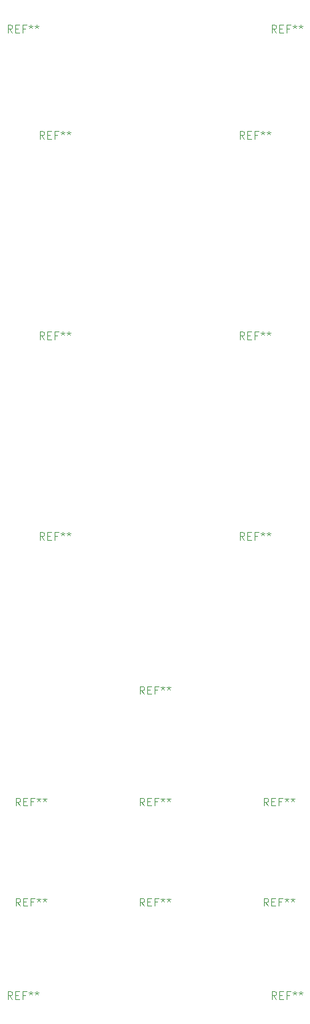
<source format=gbr>
%TF.GenerationSoftware,KiCad,Pcbnew,8.0.7*%
%TF.CreationDate,2025-01-10T22:24:24-05:00*%
%TF.ProjectId,front panel,66726f6e-7420-4706-916e-656c2e6b6963,B*%
%TF.SameCoordinates,Original*%
%TF.FileFunction,Legend,Top*%
%TF.FilePolarity,Positive*%
%FSLAX46Y46*%
G04 Gerber Fmt 4.6, Leading zero omitted, Abs format (unit mm)*
G04 Created by KiCad (PCBNEW 8.0.7) date 2025-01-10 22:24:24*
%MOMM*%
%LPD*%
G01*
G04 APERTURE LIST*
%ADD10C,0.100000*%
G04 APERTURE END LIST*
D10*
X97218666Y-164295419D02*
X96885333Y-163819228D01*
X96647238Y-164295419D02*
X96647238Y-163295419D01*
X96647238Y-163295419D02*
X97028190Y-163295419D01*
X97028190Y-163295419D02*
X97123428Y-163343038D01*
X97123428Y-163343038D02*
X97171047Y-163390657D01*
X97171047Y-163390657D02*
X97218666Y-163485895D01*
X97218666Y-163485895D02*
X97218666Y-163628752D01*
X97218666Y-163628752D02*
X97171047Y-163723990D01*
X97171047Y-163723990D02*
X97123428Y-163771609D01*
X97123428Y-163771609D02*
X97028190Y-163819228D01*
X97028190Y-163819228D02*
X96647238Y-163819228D01*
X97647238Y-163771609D02*
X97980571Y-163771609D01*
X98123428Y-164295419D02*
X97647238Y-164295419D01*
X97647238Y-164295419D02*
X97647238Y-163295419D01*
X97647238Y-163295419D02*
X98123428Y-163295419D01*
X98885333Y-163771609D02*
X98552000Y-163771609D01*
X98552000Y-164295419D02*
X98552000Y-163295419D01*
X98552000Y-163295419D02*
X99028190Y-163295419D01*
X99552000Y-163295419D02*
X99552000Y-163533514D01*
X99313905Y-163438276D02*
X99552000Y-163533514D01*
X99552000Y-163533514D02*
X99790095Y-163438276D01*
X99409143Y-163723990D02*
X99552000Y-163533514D01*
X99552000Y-163533514D02*
X99694857Y-163723990D01*
X100313905Y-163295419D02*
X100313905Y-163533514D01*
X100075810Y-163438276D02*
X100313905Y-163533514D01*
X100313905Y-163533514D02*
X100552000Y-163438276D01*
X100171048Y-163723990D02*
X100313905Y-163533514D01*
X100313905Y-163533514D02*
X100456762Y-163723990D01*
X100266666Y-67140419D02*
X99933333Y-66664228D01*
X99695238Y-67140419D02*
X99695238Y-66140419D01*
X99695238Y-66140419D02*
X100076190Y-66140419D01*
X100076190Y-66140419D02*
X100171428Y-66188038D01*
X100171428Y-66188038D02*
X100219047Y-66235657D01*
X100219047Y-66235657D02*
X100266666Y-66330895D01*
X100266666Y-66330895D02*
X100266666Y-66473752D01*
X100266666Y-66473752D02*
X100219047Y-66568990D01*
X100219047Y-66568990D02*
X100171428Y-66616609D01*
X100171428Y-66616609D02*
X100076190Y-66664228D01*
X100076190Y-66664228D02*
X99695238Y-66664228D01*
X100695238Y-66616609D02*
X101028571Y-66616609D01*
X101171428Y-67140419D02*
X100695238Y-67140419D01*
X100695238Y-67140419D02*
X100695238Y-66140419D01*
X100695238Y-66140419D02*
X101171428Y-66140419D01*
X101933333Y-66616609D02*
X101600000Y-66616609D01*
X101600000Y-67140419D02*
X101600000Y-66140419D01*
X101600000Y-66140419D02*
X102076190Y-66140419D01*
X102600000Y-66140419D02*
X102600000Y-66378514D01*
X102361905Y-66283276D02*
X102600000Y-66378514D01*
X102600000Y-66378514D02*
X102838095Y-66283276D01*
X102457143Y-66568990D02*
X102600000Y-66378514D01*
X102600000Y-66378514D02*
X102742857Y-66568990D01*
X103361905Y-66140419D02*
X103361905Y-66378514D01*
X103123810Y-66283276D02*
X103361905Y-66378514D01*
X103361905Y-66378514D02*
X103600000Y-66283276D01*
X103219048Y-66568990D02*
X103361905Y-66378514D01*
X103361905Y-66378514D02*
X103504762Y-66568990D01*
X112966666Y-164295419D02*
X112633333Y-163819228D01*
X112395238Y-164295419D02*
X112395238Y-163295419D01*
X112395238Y-163295419D02*
X112776190Y-163295419D01*
X112776190Y-163295419D02*
X112871428Y-163343038D01*
X112871428Y-163343038D02*
X112919047Y-163390657D01*
X112919047Y-163390657D02*
X112966666Y-163485895D01*
X112966666Y-163485895D02*
X112966666Y-163628752D01*
X112966666Y-163628752D02*
X112919047Y-163723990D01*
X112919047Y-163723990D02*
X112871428Y-163771609D01*
X112871428Y-163771609D02*
X112776190Y-163819228D01*
X112776190Y-163819228D02*
X112395238Y-163819228D01*
X113395238Y-163771609D02*
X113728571Y-163771609D01*
X113871428Y-164295419D02*
X113395238Y-164295419D01*
X113395238Y-164295419D02*
X113395238Y-163295419D01*
X113395238Y-163295419D02*
X113871428Y-163295419D01*
X114633333Y-163771609D02*
X114300000Y-163771609D01*
X114300000Y-164295419D02*
X114300000Y-163295419D01*
X114300000Y-163295419D02*
X114776190Y-163295419D01*
X115300000Y-163295419D02*
X115300000Y-163533514D01*
X115061905Y-163438276D02*
X115300000Y-163533514D01*
X115300000Y-163533514D02*
X115538095Y-163438276D01*
X115157143Y-163723990D02*
X115300000Y-163533514D01*
X115300000Y-163533514D02*
X115442857Y-163723990D01*
X116061905Y-163295419D02*
X116061905Y-163533514D01*
X115823810Y-163438276D02*
X116061905Y-163533514D01*
X116061905Y-163533514D02*
X116300000Y-163438276D01*
X115919048Y-163723990D02*
X116061905Y-163533514D01*
X116061905Y-163533514D02*
X116204762Y-163723990D01*
X129730666Y-53678419D02*
X129397333Y-53202228D01*
X129159238Y-53678419D02*
X129159238Y-52678419D01*
X129159238Y-52678419D02*
X129540190Y-52678419D01*
X129540190Y-52678419D02*
X129635428Y-52726038D01*
X129635428Y-52726038D02*
X129683047Y-52773657D01*
X129683047Y-52773657D02*
X129730666Y-52868895D01*
X129730666Y-52868895D02*
X129730666Y-53011752D01*
X129730666Y-53011752D02*
X129683047Y-53106990D01*
X129683047Y-53106990D02*
X129635428Y-53154609D01*
X129635428Y-53154609D02*
X129540190Y-53202228D01*
X129540190Y-53202228D02*
X129159238Y-53202228D01*
X130159238Y-53154609D02*
X130492571Y-53154609D01*
X130635428Y-53678419D02*
X130159238Y-53678419D01*
X130159238Y-53678419D02*
X130159238Y-52678419D01*
X130159238Y-52678419D02*
X130635428Y-52678419D01*
X131397333Y-53154609D02*
X131064000Y-53154609D01*
X131064000Y-53678419D02*
X131064000Y-52678419D01*
X131064000Y-52678419D02*
X131540190Y-52678419D01*
X132064000Y-52678419D02*
X132064000Y-52916514D01*
X131825905Y-52821276D02*
X132064000Y-52916514D01*
X132064000Y-52916514D02*
X132302095Y-52821276D01*
X131921143Y-53106990D02*
X132064000Y-52916514D01*
X132064000Y-52916514D02*
X132206857Y-53106990D01*
X132825905Y-52678419D02*
X132825905Y-52916514D01*
X132587810Y-52821276D02*
X132825905Y-52916514D01*
X132825905Y-52916514D02*
X133064000Y-52821276D01*
X132683048Y-53106990D02*
X132825905Y-52916514D01*
X132825905Y-52916514D02*
X132968762Y-53106990D01*
X129730666Y-176106419D02*
X129397333Y-175630228D01*
X129159238Y-176106419D02*
X129159238Y-175106419D01*
X129159238Y-175106419D02*
X129540190Y-175106419D01*
X129540190Y-175106419D02*
X129635428Y-175154038D01*
X129635428Y-175154038D02*
X129683047Y-175201657D01*
X129683047Y-175201657D02*
X129730666Y-175296895D01*
X129730666Y-175296895D02*
X129730666Y-175439752D01*
X129730666Y-175439752D02*
X129683047Y-175534990D01*
X129683047Y-175534990D02*
X129635428Y-175582609D01*
X129635428Y-175582609D02*
X129540190Y-175630228D01*
X129540190Y-175630228D02*
X129159238Y-175630228D01*
X130159238Y-175582609D02*
X130492571Y-175582609D01*
X130635428Y-176106419D02*
X130159238Y-176106419D01*
X130159238Y-176106419D02*
X130159238Y-175106419D01*
X130159238Y-175106419D02*
X130635428Y-175106419D01*
X131397333Y-175582609D02*
X131064000Y-175582609D01*
X131064000Y-176106419D02*
X131064000Y-175106419D01*
X131064000Y-175106419D02*
X131540190Y-175106419D01*
X132064000Y-175106419D02*
X132064000Y-175344514D01*
X131825905Y-175249276D02*
X132064000Y-175344514D01*
X132064000Y-175344514D02*
X132302095Y-175249276D01*
X131921143Y-175534990D02*
X132064000Y-175344514D01*
X132064000Y-175344514D02*
X132206857Y-175534990D01*
X132825905Y-175106419D02*
X132825905Y-175344514D01*
X132587810Y-175249276D02*
X132825905Y-175344514D01*
X132825905Y-175344514D02*
X133064000Y-175249276D01*
X132683048Y-175534990D02*
X132825905Y-175344514D01*
X132825905Y-175344514D02*
X132968762Y-175534990D01*
X125666666Y-117940419D02*
X125333333Y-117464228D01*
X125095238Y-117940419D02*
X125095238Y-116940419D01*
X125095238Y-116940419D02*
X125476190Y-116940419D01*
X125476190Y-116940419D02*
X125571428Y-116988038D01*
X125571428Y-116988038D02*
X125619047Y-117035657D01*
X125619047Y-117035657D02*
X125666666Y-117130895D01*
X125666666Y-117130895D02*
X125666666Y-117273752D01*
X125666666Y-117273752D02*
X125619047Y-117368990D01*
X125619047Y-117368990D02*
X125571428Y-117416609D01*
X125571428Y-117416609D02*
X125476190Y-117464228D01*
X125476190Y-117464228D02*
X125095238Y-117464228D01*
X126095238Y-117416609D02*
X126428571Y-117416609D01*
X126571428Y-117940419D02*
X126095238Y-117940419D01*
X126095238Y-117940419D02*
X126095238Y-116940419D01*
X126095238Y-116940419D02*
X126571428Y-116940419D01*
X127333333Y-117416609D02*
X127000000Y-117416609D01*
X127000000Y-117940419D02*
X127000000Y-116940419D01*
X127000000Y-116940419D02*
X127476190Y-116940419D01*
X128000000Y-116940419D02*
X128000000Y-117178514D01*
X127761905Y-117083276D02*
X128000000Y-117178514D01*
X128000000Y-117178514D02*
X128238095Y-117083276D01*
X127857143Y-117368990D02*
X128000000Y-117178514D01*
X128000000Y-117178514D02*
X128142857Y-117368990D01*
X128761905Y-116940419D02*
X128761905Y-117178514D01*
X128523810Y-117083276D02*
X128761905Y-117178514D01*
X128761905Y-117178514D02*
X129000000Y-117083276D01*
X128619048Y-117368990D02*
X128761905Y-117178514D01*
X128761905Y-117178514D02*
X128904762Y-117368990D01*
X125666666Y-92540419D02*
X125333333Y-92064228D01*
X125095238Y-92540419D02*
X125095238Y-91540419D01*
X125095238Y-91540419D02*
X125476190Y-91540419D01*
X125476190Y-91540419D02*
X125571428Y-91588038D01*
X125571428Y-91588038D02*
X125619047Y-91635657D01*
X125619047Y-91635657D02*
X125666666Y-91730895D01*
X125666666Y-91730895D02*
X125666666Y-91873752D01*
X125666666Y-91873752D02*
X125619047Y-91968990D01*
X125619047Y-91968990D02*
X125571428Y-92016609D01*
X125571428Y-92016609D02*
X125476190Y-92064228D01*
X125476190Y-92064228D02*
X125095238Y-92064228D01*
X126095238Y-92016609D02*
X126428571Y-92016609D01*
X126571428Y-92540419D02*
X126095238Y-92540419D01*
X126095238Y-92540419D02*
X126095238Y-91540419D01*
X126095238Y-91540419D02*
X126571428Y-91540419D01*
X127333333Y-92016609D02*
X127000000Y-92016609D01*
X127000000Y-92540419D02*
X127000000Y-91540419D01*
X127000000Y-91540419D02*
X127476190Y-91540419D01*
X128000000Y-91540419D02*
X128000000Y-91778514D01*
X127761905Y-91683276D02*
X128000000Y-91778514D01*
X128000000Y-91778514D02*
X128238095Y-91683276D01*
X127857143Y-91968990D02*
X128000000Y-91778514D01*
X128000000Y-91778514D02*
X128142857Y-91968990D01*
X128761905Y-91540419D02*
X128761905Y-91778514D01*
X128523810Y-91683276D02*
X128761905Y-91778514D01*
X128761905Y-91778514D02*
X129000000Y-91683276D01*
X128619048Y-91968990D02*
X128761905Y-91778514D01*
X128761905Y-91778514D02*
X128904762Y-91968990D01*
X112966666Y-137447619D02*
X112633333Y-136971428D01*
X112395238Y-137447619D02*
X112395238Y-136447619D01*
X112395238Y-136447619D02*
X112776190Y-136447619D01*
X112776190Y-136447619D02*
X112871428Y-136495238D01*
X112871428Y-136495238D02*
X112919047Y-136542857D01*
X112919047Y-136542857D02*
X112966666Y-136638095D01*
X112966666Y-136638095D02*
X112966666Y-136780952D01*
X112966666Y-136780952D02*
X112919047Y-136876190D01*
X112919047Y-136876190D02*
X112871428Y-136923809D01*
X112871428Y-136923809D02*
X112776190Y-136971428D01*
X112776190Y-136971428D02*
X112395238Y-136971428D01*
X113395238Y-136923809D02*
X113728571Y-136923809D01*
X113871428Y-137447619D02*
X113395238Y-137447619D01*
X113395238Y-137447619D02*
X113395238Y-136447619D01*
X113395238Y-136447619D02*
X113871428Y-136447619D01*
X114633333Y-136923809D02*
X114300000Y-136923809D01*
X114300000Y-137447619D02*
X114300000Y-136447619D01*
X114300000Y-136447619D02*
X114776190Y-136447619D01*
X115300000Y-136447619D02*
X115300000Y-136685714D01*
X115061905Y-136590476D02*
X115300000Y-136685714D01*
X115300000Y-136685714D02*
X115538095Y-136590476D01*
X115157143Y-136876190D02*
X115300000Y-136685714D01*
X115300000Y-136685714D02*
X115442857Y-136876190D01*
X116061905Y-136447619D02*
X116061905Y-136685714D01*
X115823810Y-136590476D02*
X116061905Y-136685714D01*
X116061905Y-136685714D02*
X116300000Y-136590476D01*
X115919048Y-136876190D02*
X116061905Y-136685714D01*
X116061905Y-136685714D02*
X116204762Y-136876190D01*
X128714666Y-151595419D02*
X128381333Y-151119228D01*
X128143238Y-151595419D02*
X128143238Y-150595419D01*
X128143238Y-150595419D02*
X128524190Y-150595419D01*
X128524190Y-150595419D02*
X128619428Y-150643038D01*
X128619428Y-150643038D02*
X128667047Y-150690657D01*
X128667047Y-150690657D02*
X128714666Y-150785895D01*
X128714666Y-150785895D02*
X128714666Y-150928752D01*
X128714666Y-150928752D02*
X128667047Y-151023990D01*
X128667047Y-151023990D02*
X128619428Y-151071609D01*
X128619428Y-151071609D02*
X128524190Y-151119228D01*
X128524190Y-151119228D02*
X128143238Y-151119228D01*
X129143238Y-151071609D02*
X129476571Y-151071609D01*
X129619428Y-151595419D02*
X129143238Y-151595419D01*
X129143238Y-151595419D02*
X129143238Y-150595419D01*
X129143238Y-150595419D02*
X129619428Y-150595419D01*
X130381333Y-151071609D02*
X130048000Y-151071609D01*
X130048000Y-151595419D02*
X130048000Y-150595419D01*
X130048000Y-150595419D02*
X130524190Y-150595419D01*
X131048000Y-150595419D02*
X131048000Y-150833514D01*
X130809905Y-150738276D02*
X131048000Y-150833514D01*
X131048000Y-150833514D02*
X131286095Y-150738276D01*
X130905143Y-151023990D02*
X131048000Y-150833514D01*
X131048000Y-150833514D02*
X131190857Y-151023990D01*
X131809905Y-150595419D02*
X131809905Y-150833514D01*
X131571810Y-150738276D02*
X131809905Y-150833514D01*
X131809905Y-150833514D02*
X132048000Y-150738276D01*
X131667048Y-151023990D02*
X131809905Y-150833514D01*
X131809905Y-150833514D02*
X131952762Y-151023990D01*
X100266666Y-92540419D02*
X99933333Y-92064228D01*
X99695238Y-92540419D02*
X99695238Y-91540419D01*
X99695238Y-91540419D02*
X100076190Y-91540419D01*
X100076190Y-91540419D02*
X100171428Y-91588038D01*
X100171428Y-91588038D02*
X100219047Y-91635657D01*
X100219047Y-91635657D02*
X100266666Y-91730895D01*
X100266666Y-91730895D02*
X100266666Y-91873752D01*
X100266666Y-91873752D02*
X100219047Y-91968990D01*
X100219047Y-91968990D02*
X100171428Y-92016609D01*
X100171428Y-92016609D02*
X100076190Y-92064228D01*
X100076190Y-92064228D02*
X99695238Y-92064228D01*
X100695238Y-92016609D02*
X101028571Y-92016609D01*
X101171428Y-92540419D02*
X100695238Y-92540419D01*
X100695238Y-92540419D02*
X100695238Y-91540419D01*
X100695238Y-91540419D02*
X101171428Y-91540419D01*
X101933333Y-92016609D02*
X101600000Y-92016609D01*
X101600000Y-92540419D02*
X101600000Y-91540419D01*
X101600000Y-91540419D02*
X102076190Y-91540419D01*
X102600000Y-91540419D02*
X102600000Y-91778514D01*
X102361905Y-91683276D02*
X102600000Y-91778514D01*
X102600000Y-91778514D02*
X102838095Y-91683276D01*
X102457143Y-91968990D02*
X102600000Y-91778514D01*
X102600000Y-91778514D02*
X102742857Y-91968990D01*
X103361905Y-91540419D02*
X103361905Y-91778514D01*
X103123810Y-91683276D02*
X103361905Y-91778514D01*
X103361905Y-91778514D02*
X103600000Y-91683276D01*
X103219048Y-91968990D02*
X103361905Y-91778514D01*
X103361905Y-91778514D02*
X103504762Y-91968990D01*
X128714666Y-164295419D02*
X128381333Y-163819228D01*
X128143238Y-164295419D02*
X128143238Y-163295419D01*
X128143238Y-163295419D02*
X128524190Y-163295419D01*
X128524190Y-163295419D02*
X128619428Y-163343038D01*
X128619428Y-163343038D02*
X128667047Y-163390657D01*
X128667047Y-163390657D02*
X128714666Y-163485895D01*
X128714666Y-163485895D02*
X128714666Y-163628752D01*
X128714666Y-163628752D02*
X128667047Y-163723990D01*
X128667047Y-163723990D02*
X128619428Y-163771609D01*
X128619428Y-163771609D02*
X128524190Y-163819228D01*
X128524190Y-163819228D02*
X128143238Y-163819228D01*
X129143238Y-163771609D02*
X129476571Y-163771609D01*
X129619428Y-164295419D02*
X129143238Y-164295419D01*
X129143238Y-164295419D02*
X129143238Y-163295419D01*
X129143238Y-163295419D02*
X129619428Y-163295419D01*
X130381333Y-163771609D02*
X130048000Y-163771609D01*
X130048000Y-164295419D02*
X130048000Y-163295419D01*
X130048000Y-163295419D02*
X130524190Y-163295419D01*
X131048000Y-163295419D02*
X131048000Y-163533514D01*
X130809905Y-163438276D02*
X131048000Y-163533514D01*
X131048000Y-163533514D02*
X131286095Y-163438276D01*
X130905143Y-163723990D02*
X131048000Y-163533514D01*
X131048000Y-163533514D02*
X131190857Y-163723990D01*
X131809905Y-163295419D02*
X131809905Y-163533514D01*
X131571810Y-163438276D02*
X131809905Y-163533514D01*
X131809905Y-163533514D02*
X132048000Y-163438276D01*
X131667048Y-163723990D02*
X131809905Y-163533514D01*
X131809905Y-163533514D02*
X131952762Y-163723990D01*
X96202666Y-176106419D02*
X95869333Y-175630228D01*
X95631238Y-176106419D02*
X95631238Y-175106419D01*
X95631238Y-175106419D02*
X96012190Y-175106419D01*
X96012190Y-175106419D02*
X96107428Y-175154038D01*
X96107428Y-175154038D02*
X96155047Y-175201657D01*
X96155047Y-175201657D02*
X96202666Y-175296895D01*
X96202666Y-175296895D02*
X96202666Y-175439752D01*
X96202666Y-175439752D02*
X96155047Y-175534990D01*
X96155047Y-175534990D02*
X96107428Y-175582609D01*
X96107428Y-175582609D02*
X96012190Y-175630228D01*
X96012190Y-175630228D02*
X95631238Y-175630228D01*
X96631238Y-175582609D02*
X96964571Y-175582609D01*
X97107428Y-176106419D02*
X96631238Y-176106419D01*
X96631238Y-176106419D02*
X96631238Y-175106419D01*
X96631238Y-175106419D02*
X97107428Y-175106419D01*
X97869333Y-175582609D02*
X97536000Y-175582609D01*
X97536000Y-176106419D02*
X97536000Y-175106419D01*
X97536000Y-175106419D02*
X98012190Y-175106419D01*
X98536000Y-175106419D02*
X98536000Y-175344514D01*
X98297905Y-175249276D02*
X98536000Y-175344514D01*
X98536000Y-175344514D02*
X98774095Y-175249276D01*
X98393143Y-175534990D02*
X98536000Y-175344514D01*
X98536000Y-175344514D02*
X98678857Y-175534990D01*
X99297905Y-175106419D02*
X99297905Y-175344514D01*
X99059810Y-175249276D02*
X99297905Y-175344514D01*
X99297905Y-175344514D02*
X99536000Y-175249276D01*
X99155048Y-175534990D02*
X99297905Y-175344514D01*
X99297905Y-175344514D02*
X99440762Y-175534990D01*
X125666666Y-67140419D02*
X125333333Y-66664228D01*
X125095238Y-67140419D02*
X125095238Y-66140419D01*
X125095238Y-66140419D02*
X125476190Y-66140419D01*
X125476190Y-66140419D02*
X125571428Y-66188038D01*
X125571428Y-66188038D02*
X125619047Y-66235657D01*
X125619047Y-66235657D02*
X125666666Y-66330895D01*
X125666666Y-66330895D02*
X125666666Y-66473752D01*
X125666666Y-66473752D02*
X125619047Y-66568990D01*
X125619047Y-66568990D02*
X125571428Y-66616609D01*
X125571428Y-66616609D02*
X125476190Y-66664228D01*
X125476190Y-66664228D02*
X125095238Y-66664228D01*
X126095238Y-66616609D02*
X126428571Y-66616609D01*
X126571428Y-67140419D02*
X126095238Y-67140419D01*
X126095238Y-67140419D02*
X126095238Y-66140419D01*
X126095238Y-66140419D02*
X126571428Y-66140419D01*
X127333333Y-66616609D02*
X127000000Y-66616609D01*
X127000000Y-67140419D02*
X127000000Y-66140419D01*
X127000000Y-66140419D02*
X127476190Y-66140419D01*
X128000000Y-66140419D02*
X128000000Y-66378514D01*
X127761905Y-66283276D02*
X128000000Y-66378514D01*
X128000000Y-66378514D02*
X128238095Y-66283276D01*
X127857143Y-66568990D02*
X128000000Y-66378514D01*
X128000000Y-66378514D02*
X128142857Y-66568990D01*
X128761905Y-66140419D02*
X128761905Y-66378514D01*
X128523810Y-66283276D02*
X128761905Y-66378514D01*
X128761905Y-66378514D02*
X129000000Y-66283276D01*
X128619048Y-66568990D02*
X128761905Y-66378514D01*
X128761905Y-66378514D02*
X128904762Y-66568990D01*
X112966666Y-151595419D02*
X112633333Y-151119228D01*
X112395238Y-151595419D02*
X112395238Y-150595419D01*
X112395238Y-150595419D02*
X112776190Y-150595419D01*
X112776190Y-150595419D02*
X112871428Y-150643038D01*
X112871428Y-150643038D02*
X112919047Y-150690657D01*
X112919047Y-150690657D02*
X112966666Y-150785895D01*
X112966666Y-150785895D02*
X112966666Y-150928752D01*
X112966666Y-150928752D02*
X112919047Y-151023990D01*
X112919047Y-151023990D02*
X112871428Y-151071609D01*
X112871428Y-151071609D02*
X112776190Y-151119228D01*
X112776190Y-151119228D02*
X112395238Y-151119228D01*
X113395238Y-151071609D02*
X113728571Y-151071609D01*
X113871428Y-151595419D02*
X113395238Y-151595419D01*
X113395238Y-151595419D02*
X113395238Y-150595419D01*
X113395238Y-150595419D02*
X113871428Y-150595419D01*
X114633333Y-151071609D02*
X114300000Y-151071609D01*
X114300000Y-151595419D02*
X114300000Y-150595419D01*
X114300000Y-150595419D02*
X114776190Y-150595419D01*
X115300000Y-150595419D02*
X115300000Y-150833514D01*
X115061905Y-150738276D02*
X115300000Y-150833514D01*
X115300000Y-150833514D02*
X115538095Y-150738276D01*
X115157143Y-151023990D02*
X115300000Y-150833514D01*
X115300000Y-150833514D02*
X115442857Y-151023990D01*
X116061905Y-150595419D02*
X116061905Y-150833514D01*
X115823810Y-150738276D02*
X116061905Y-150833514D01*
X116061905Y-150833514D02*
X116300000Y-150738276D01*
X115919048Y-151023990D02*
X116061905Y-150833514D01*
X116061905Y-150833514D02*
X116204762Y-151023990D01*
X97218666Y-151595419D02*
X96885333Y-151119228D01*
X96647238Y-151595419D02*
X96647238Y-150595419D01*
X96647238Y-150595419D02*
X97028190Y-150595419D01*
X97028190Y-150595419D02*
X97123428Y-150643038D01*
X97123428Y-150643038D02*
X97171047Y-150690657D01*
X97171047Y-150690657D02*
X97218666Y-150785895D01*
X97218666Y-150785895D02*
X97218666Y-150928752D01*
X97218666Y-150928752D02*
X97171047Y-151023990D01*
X97171047Y-151023990D02*
X97123428Y-151071609D01*
X97123428Y-151071609D02*
X97028190Y-151119228D01*
X97028190Y-151119228D02*
X96647238Y-151119228D01*
X97647238Y-151071609D02*
X97980571Y-151071609D01*
X98123428Y-151595419D02*
X97647238Y-151595419D01*
X97647238Y-151595419D02*
X97647238Y-150595419D01*
X97647238Y-150595419D02*
X98123428Y-150595419D01*
X98885333Y-151071609D02*
X98552000Y-151071609D01*
X98552000Y-151595419D02*
X98552000Y-150595419D01*
X98552000Y-150595419D02*
X99028190Y-150595419D01*
X99552000Y-150595419D02*
X99552000Y-150833514D01*
X99313905Y-150738276D02*
X99552000Y-150833514D01*
X99552000Y-150833514D02*
X99790095Y-150738276D01*
X99409143Y-151023990D02*
X99552000Y-150833514D01*
X99552000Y-150833514D02*
X99694857Y-151023990D01*
X100313905Y-150595419D02*
X100313905Y-150833514D01*
X100075810Y-150738276D02*
X100313905Y-150833514D01*
X100313905Y-150833514D02*
X100552000Y-150738276D01*
X100171048Y-151023990D02*
X100313905Y-150833514D01*
X100313905Y-150833514D02*
X100456762Y-151023990D01*
X100266666Y-117940419D02*
X99933333Y-117464228D01*
X99695238Y-117940419D02*
X99695238Y-116940419D01*
X99695238Y-116940419D02*
X100076190Y-116940419D01*
X100076190Y-116940419D02*
X100171428Y-116988038D01*
X100171428Y-116988038D02*
X100219047Y-117035657D01*
X100219047Y-117035657D02*
X100266666Y-117130895D01*
X100266666Y-117130895D02*
X100266666Y-117273752D01*
X100266666Y-117273752D02*
X100219047Y-117368990D01*
X100219047Y-117368990D02*
X100171428Y-117416609D01*
X100171428Y-117416609D02*
X100076190Y-117464228D01*
X100076190Y-117464228D02*
X99695238Y-117464228D01*
X100695238Y-117416609D02*
X101028571Y-117416609D01*
X101171428Y-117940419D02*
X100695238Y-117940419D01*
X100695238Y-117940419D02*
X100695238Y-116940419D01*
X100695238Y-116940419D02*
X101171428Y-116940419D01*
X101933333Y-117416609D02*
X101600000Y-117416609D01*
X101600000Y-117940419D02*
X101600000Y-116940419D01*
X101600000Y-116940419D02*
X102076190Y-116940419D01*
X102600000Y-116940419D02*
X102600000Y-117178514D01*
X102361905Y-117083276D02*
X102600000Y-117178514D01*
X102600000Y-117178514D02*
X102838095Y-117083276D01*
X102457143Y-117368990D02*
X102600000Y-117178514D01*
X102600000Y-117178514D02*
X102742857Y-117368990D01*
X103361905Y-116940419D02*
X103361905Y-117178514D01*
X103123810Y-117083276D02*
X103361905Y-117178514D01*
X103361905Y-117178514D02*
X103600000Y-117083276D01*
X103219048Y-117368990D02*
X103361905Y-117178514D01*
X103361905Y-117178514D02*
X103504762Y-117368990D01*
X96202666Y-53678419D02*
X95869333Y-53202228D01*
X95631238Y-53678419D02*
X95631238Y-52678419D01*
X95631238Y-52678419D02*
X96012190Y-52678419D01*
X96012190Y-52678419D02*
X96107428Y-52726038D01*
X96107428Y-52726038D02*
X96155047Y-52773657D01*
X96155047Y-52773657D02*
X96202666Y-52868895D01*
X96202666Y-52868895D02*
X96202666Y-53011752D01*
X96202666Y-53011752D02*
X96155047Y-53106990D01*
X96155047Y-53106990D02*
X96107428Y-53154609D01*
X96107428Y-53154609D02*
X96012190Y-53202228D01*
X96012190Y-53202228D02*
X95631238Y-53202228D01*
X96631238Y-53154609D02*
X96964571Y-53154609D01*
X97107428Y-53678419D02*
X96631238Y-53678419D01*
X96631238Y-53678419D02*
X96631238Y-52678419D01*
X96631238Y-52678419D02*
X97107428Y-52678419D01*
X97869333Y-53154609D02*
X97536000Y-53154609D01*
X97536000Y-53678419D02*
X97536000Y-52678419D01*
X97536000Y-52678419D02*
X98012190Y-52678419D01*
X98536000Y-52678419D02*
X98536000Y-52916514D01*
X98297905Y-52821276D02*
X98536000Y-52916514D01*
X98536000Y-52916514D02*
X98774095Y-52821276D01*
X98393143Y-53106990D02*
X98536000Y-52916514D01*
X98536000Y-52916514D02*
X98678857Y-53106990D01*
X99297905Y-52678419D02*
X99297905Y-52916514D01*
X99059810Y-52821276D02*
X99297905Y-52916514D01*
X99297905Y-52916514D02*
X99536000Y-52821276D01*
X99155048Y-53106990D02*
X99297905Y-52916514D01*
X99297905Y-52916514D02*
X99440762Y-53106990D01*
M02*

</source>
